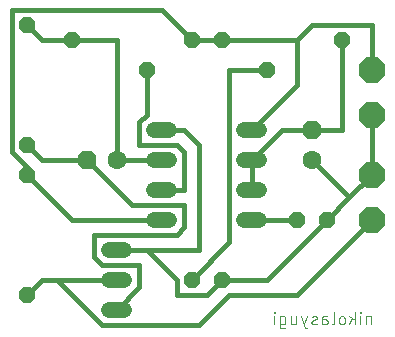
<source format=gbr>
G04 EAGLE Gerber X2 export*
%TF.Part,Single*%
%TF.FileFunction,Copper,L2,Bot,Mixed*%
%TF.FilePolarity,Positive*%
%TF.GenerationSoftware,Autodesk,EAGLE,9.0.0*%
%TF.CreationDate,2018-07-10T22:09:29Z*%
G75*
%MOMM*%
%FSLAX34Y34*%
%LPD*%
%AMOC8*
5,1,8,0,0,1.08239X$1,22.5*%
G01*
%ADD10C,0.101600*%
%ADD11P,1.732040X8X112.500000*%
%ADD12C,1.600200*%
%ADD13P,1.732040X8X202.500000*%
%ADD14P,1.429621X8X22.500000*%
%ADD15C,1.320800*%
%ADD16P,2.336880X8X22.500000*%
%ADD17P,1.429621X8X202.500000*%
%ADD18P,1.429621X8X112.500000*%
%ADD19P,1.429621X8X292.500000*%
%ADD20C,0.381000*%


D10*
X329692Y13208D02*
X329692Y20151D01*
X326799Y20151D01*
X326716Y20149D01*
X326634Y20143D01*
X326552Y20133D01*
X326470Y20120D01*
X326390Y20102D01*
X326310Y20081D01*
X326231Y20056D01*
X326154Y20027D01*
X326078Y19994D01*
X326004Y19958D01*
X325931Y19918D01*
X325860Y19875D01*
X325792Y19829D01*
X325726Y19780D01*
X325662Y19727D01*
X325601Y19671D01*
X325543Y19613D01*
X325487Y19552D01*
X325434Y19488D01*
X325385Y19422D01*
X325339Y19354D01*
X325296Y19283D01*
X325256Y19211D01*
X325220Y19136D01*
X325187Y19060D01*
X325158Y18983D01*
X325133Y18904D01*
X325112Y18824D01*
X325094Y18744D01*
X325081Y18662D01*
X325071Y18580D01*
X325065Y18498D01*
X325063Y18415D01*
X325064Y18415D02*
X325064Y13208D01*
X320520Y13208D02*
X320520Y20151D01*
X320809Y23043D02*
X320809Y23622D01*
X320231Y23622D01*
X320231Y23043D01*
X320809Y23043D01*
X315847Y23622D02*
X315847Y13208D01*
X315847Y16679D02*
X311219Y20151D01*
X313822Y18126D02*
X311219Y13208D01*
X307404Y15522D02*
X307404Y17836D01*
X307403Y17836D02*
X307401Y17930D01*
X307395Y18025D01*
X307386Y18119D01*
X307372Y18212D01*
X307355Y18305D01*
X307334Y18397D01*
X307309Y18488D01*
X307281Y18578D01*
X307249Y18667D01*
X307213Y18754D01*
X307174Y18840D01*
X307131Y18924D01*
X307085Y19007D01*
X307036Y19087D01*
X306983Y19165D01*
X306927Y19242D01*
X306868Y19315D01*
X306807Y19387D01*
X306742Y19455D01*
X306674Y19522D01*
X306604Y19585D01*
X306532Y19645D01*
X306457Y19703D01*
X306379Y19757D01*
X306300Y19808D01*
X306219Y19856D01*
X306135Y19900D01*
X306050Y19941D01*
X305964Y19978D01*
X305876Y20012D01*
X305786Y20043D01*
X305696Y20069D01*
X305604Y20092D01*
X305511Y20111D01*
X305418Y20126D01*
X305325Y20138D01*
X305231Y20146D01*
X305136Y20150D01*
X305042Y20150D01*
X304947Y20146D01*
X304853Y20138D01*
X304760Y20126D01*
X304667Y20111D01*
X304574Y20092D01*
X304482Y20069D01*
X304392Y20043D01*
X304302Y20012D01*
X304214Y19978D01*
X304128Y19941D01*
X304043Y19900D01*
X303959Y19856D01*
X303878Y19808D01*
X303799Y19757D01*
X303721Y19703D01*
X303646Y19645D01*
X303574Y19585D01*
X303504Y19522D01*
X303436Y19455D01*
X303371Y19387D01*
X303310Y19315D01*
X303251Y19242D01*
X303195Y19165D01*
X303142Y19087D01*
X303093Y19007D01*
X303047Y18924D01*
X303004Y18840D01*
X302965Y18754D01*
X302929Y18667D01*
X302897Y18578D01*
X302869Y18488D01*
X302844Y18397D01*
X302823Y18305D01*
X302806Y18212D01*
X302792Y18119D01*
X302783Y18025D01*
X302777Y17930D01*
X302775Y17836D01*
X302775Y15522D01*
X302777Y15428D01*
X302783Y15333D01*
X302792Y15239D01*
X302806Y15146D01*
X302823Y15053D01*
X302844Y14961D01*
X302869Y14870D01*
X302897Y14780D01*
X302929Y14691D01*
X302965Y14604D01*
X303004Y14518D01*
X303047Y14434D01*
X303093Y14351D01*
X303142Y14271D01*
X303195Y14193D01*
X303251Y14116D01*
X303310Y14043D01*
X303371Y13971D01*
X303436Y13903D01*
X303504Y13836D01*
X303574Y13773D01*
X303646Y13713D01*
X303721Y13655D01*
X303799Y13601D01*
X303878Y13550D01*
X303959Y13502D01*
X304043Y13458D01*
X304128Y13417D01*
X304214Y13380D01*
X304302Y13346D01*
X304392Y13315D01*
X304482Y13289D01*
X304574Y13266D01*
X304667Y13247D01*
X304760Y13232D01*
X304853Y13220D01*
X304947Y13212D01*
X305042Y13208D01*
X305136Y13208D01*
X305231Y13212D01*
X305325Y13220D01*
X305418Y13232D01*
X305511Y13247D01*
X305604Y13266D01*
X305696Y13289D01*
X305786Y13315D01*
X305876Y13346D01*
X305964Y13380D01*
X306050Y13417D01*
X306135Y13458D01*
X306219Y13502D01*
X306300Y13550D01*
X306379Y13601D01*
X306457Y13655D01*
X306532Y13713D01*
X306604Y13773D01*
X306674Y13836D01*
X306742Y13903D01*
X306807Y13971D01*
X306868Y14043D01*
X306927Y14116D01*
X306983Y14193D01*
X307036Y14271D01*
X307085Y14351D01*
X307131Y14434D01*
X307174Y14518D01*
X307213Y14604D01*
X307249Y14691D01*
X307281Y14780D01*
X307309Y14870D01*
X307334Y14961D01*
X307355Y15053D01*
X307372Y15146D01*
X307386Y15239D01*
X307395Y15333D01*
X307401Y15428D01*
X307403Y15522D01*
X298365Y14944D02*
X298365Y23622D01*
X298366Y14944D02*
X298364Y14861D01*
X298358Y14779D01*
X298348Y14697D01*
X298335Y14615D01*
X298317Y14535D01*
X298296Y14455D01*
X298271Y14376D01*
X298242Y14299D01*
X298209Y14223D01*
X298173Y14149D01*
X298133Y14076D01*
X298090Y14005D01*
X298044Y13937D01*
X297995Y13871D01*
X297942Y13807D01*
X297886Y13746D01*
X297828Y13688D01*
X297767Y13632D01*
X297703Y13579D01*
X297637Y13530D01*
X297569Y13484D01*
X297498Y13441D01*
X297426Y13401D01*
X297351Y13365D01*
X297275Y13332D01*
X297198Y13303D01*
X297119Y13278D01*
X297039Y13257D01*
X296959Y13239D01*
X296877Y13226D01*
X296795Y13216D01*
X296713Y13210D01*
X296630Y13208D01*
X291033Y17258D02*
X288429Y17258D01*
X291033Y17258D02*
X291121Y17256D01*
X291209Y17250D01*
X291297Y17241D01*
X291385Y17227D01*
X291471Y17210D01*
X291557Y17189D01*
X291642Y17164D01*
X291726Y17136D01*
X291808Y17104D01*
X291889Y17068D01*
X291968Y17029D01*
X292046Y16987D01*
X292121Y16941D01*
X292194Y16892D01*
X292266Y16840D01*
X292335Y16784D01*
X292401Y16726D01*
X292465Y16665D01*
X292526Y16601D01*
X292584Y16535D01*
X292640Y16466D01*
X292692Y16394D01*
X292741Y16321D01*
X292787Y16245D01*
X292829Y16168D01*
X292868Y16089D01*
X292904Y16008D01*
X292936Y15926D01*
X292964Y15842D01*
X292989Y15757D01*
X293010Y15671D01*
X293027Y15585D01*
X293041Y15497D01*
X293050Y15409D01*
X293056Y15321D01*
X293058Y15233D01*
X293056Y15145D01*
X293050Y15057D01*
X293041Y14969D01*
X293027Y14881D01*
X293010Y14795D01*
X292989Y14709D01*
X292964Y14624D01*
X292936Y14540D01*
X292904Y14458D01*
X292868Y14377D01*
X292829Y14298D01*
X292787Y14220D01*
X292741Y14145D01*
X292692Y14072D01*
X292640Y14000D01*
X292584Y13931D01*
X292526Y13865D01*
X292465Y13801D01*
X292401Y13740D01*
X292335Y13682D01*
X292266Y13626D01*
X292194Y13574D01*
X292121Y13525D01*
X292046Y13479D01*
X291968Y13437D01*
X291889Y13398D01*
X291808Y13362D01*
X291726Y13330D01*
X291642Y13302D01*
X291557Y13277D01*
X291471Y13256D01*
X291385Y13239D01*
X291297Y13225D01*
X291209Y13216D01*
X291121Y13210D01*
X291033Y13208D01*
X288429Y13208D01*
X288429Y18415D01*
X288431Y18498D01*
X288437Y18580D01*
X288447Y18662D01*
X288460Y18744D01*
X288478Y18824D01*
X288499Y18904D01*
X288524Y18983D01*
X288553Y19060D01*
X288586Y19136D01*
X288622Y19210D01*
X288662Y19283D01*
X288705Y19354D01*
X288751Y19422D01*
X288800Y19488D01*
X288853Y19552D01*
X288909Y19613D01*
X288967Y19671D01*
X289028Y19727D01*
X289092Y19780D01*
X289158Y19829D01*
X289226Y19875D01*
X289297Y19918D01*
X289370Y19958D01*
X289444Y19994D01*
X289520Y20027D01*
X289597Y20056D01*
X289676Y20081D01*
X289756Y20102D01*
X289836Y20120D01*
X289918Y20133D01*
X290000Y20143D01*
X290082Y20149D01*
X290165Y20151D01*
X292479Y20151D01*
X282876Y17258D02*
X279983Y16101D01*
X282876Y17258D02*
X282947Y17289D01*
X283016Y17323D01*
X283083Y17360D01*
X283149Y17401D01*
X283212Y17446D01*
X283273Y17493D01*
X283331Y17544D01*
X283386Y17597D01*
X283439Y17653D01*
X283489Y17712D01*
X283536Y17773D01*
X283579Y17837D01*
X283619Y17903D01*
X283656Y17971D01*
X283689Y18040D01*
X283719Y18111D01*
X283744Y18184D01*
X283767Y18258D01*
X283785Y18333D01*
X283799Y18409D01*
X283810Y18485D01*
X283816Y18562D01*
X283819Y18639D01*
X283818Y18716D01*
X283812Y18793D01*
X283803Y18869D01*
X283790Y18945D01*
X283773Y19020D01*
X283752Y19095D01*
X283727Y19168D01*
X283699Y19239D01*
X283667Y19309D01*
X283631Y19378D01*
X283592Y19444D01*
X283550Y19509D01*
X283504Y19571D01*
X283455Y19630D01*
X283403Y19687D01*
X283349Y19742D01*
X283291Y19793D01*
X283231Y19842D01*
X283169Y19887D01*
X283104Y19929D01*
X283038Y19968D01*
X282969Y20003D01*
X282899Y20034D01*
X282827Y20062D01*
X282754Y20087D01*
X282679Y20107D01*
X282604Y20124D01*
X282528Y20136D01*
X282452Y20145D01*
X282375Y20150D01*
X282298Y20151D01*
X282297Y20150D02*
X282139Y20146D01*
X281981Y20138D01*
X281824Y20126D01*
X281667Y20111D01*
X281510Y20092D01*
X281354Y20069D01*
X281198Y20042D01*
X281043Y20011D01*
X280889Y19977D01*
X280735Y19939D01*
X280583Y19897D01*
X280432Y19852D01*
X280281Y19803D01*
X280132Y19751D01*
X279985Y19695D01*
X279839Y19635D01*
X279694Y19572D01*
X279983Y16101D02*
X279912Y16070D01*
X279843Y16036D01*
X279776Y15999D01*
X279710Y15958D01*
X279647Y15913D01*
X279586Y15866D01*
X279528Y15815D01*
X279473Y15762D01*
X279420Y15706D01*
X279370Y15647D01*
X279323Y15586D01*
X279280Y15522D01*
X279240Y15456D01*
X279203Y15388D01*
X279170Y15319D01*
X279140Y15248D01*
X279115Y15175D01*
X279092Y15101D01*
X279074Y15026D01*
X279060Y14950D01*
X279049Y14874D01*
X279043Y14797D01*
X279040Y14720D01*
X279041Y14643D01*
X279047Y14566D01*
X279056Y14490D01*
X279069Y14414D01*
X279086Y14339D01*
X279107Y14264D01*
X279132Y14191D01*
X279160Y14120D01*
X279192Y14050D01*
X279228Y13981D01*
X279267Y13915D01*
X279309Y13850D01*
X279355Y13788D01*
X279404Y13729D01*
X279456Y13672D01*
X279510Y13617D01*
X279568Y13566D01*
X279628Y13517D01*
X279690Y13472D01*
X279755Y13430D01*
X279821Y13391D01*
X279890Y13356D01*
X279960Y13325D01*
X280032Y13297D01*
X280105Y13272D01*
X280180Y13252D01*
X280255Y13235D01*
X280331Y13223D01*
X280407Y13214D01*
X280484Y13209D01*
X280561Y13208D01*
X280793Y13214D01*
X281025Y13226D01*
X281256Y13243D01*
X281487Y13265D01*
X281718Y13293D01*
X281948Y13326D01*
X282176Y13365D01*
X282404Y13409D01*
X282631Y13459D01*
X282856Y13514D01*
X283080Y13574D01*
X283303Y13640D01*
X283524Y13711D01*
X283743Y13787D01*
X275171Y9737D02*
X274014Y9737D01*
X270543Y20151D01*
X275171Y20151D02*
X272857Y13208D01*
X266256Y14944D02*
X266256Y20151D01*
X266256Y14944D02*
X266254Y14861D01*
X266248Y14779D01*
X266238Y14697D01*
X266225Y14615D01*
X266207Y14535D01*
X266186Y14455D01*
X266161Y14376D01*
X266132Y14299D01*
X266099Y14223D01*
X266063Y14149D01*
X266023Y14076D01*
X265980Y14005D01*
X265934Y13937D01*
X265885Y13871D01*
X265832Y13807D01*
X265776Y13746D01*
X265718Y13688D01*
X265657Y13632D01*
X265593Y13579D01*
X265527Y13530D01*
X265459Y13484D01*
X265388Y13441D01*
X265316Y13401D01*
X265241Y13365D01*
X265165Y13332D01*
X265088Y13303D01*
X265009Y13278D01*
X264929Y13257D01*
X264849Y13239D01*
X264767Y13226D01*
X264685Y13216D01*
X264603Y13210D01*
X264520Y13208D01*
X261627Y13208D01*
X261627Y20151D01*
X255318Y13208D02*
X252425Y13208D01*
X255318Y13208D02*
X255401Y13210D01*
X255483Y13216D01*
X255565Y13226D01*
X255647Y13239D01*
X255727Y13257D01*
X255807Y13278D01*
X255886Y13303D01*
X255963Y13332D01*
X256039Y13365D01*
X256113Y13401D01*
X256186Y13441D01*
X256257Y13484D01*
X256325Y13530D01*
X256391Y13579D01*
X256455Y13632D01*
X256516Y13688D01*
X256574Y13746D01*
X256630Y13807D01*
X256683Y13871D01*
X256732Y13937D01*
X256778Y14005D01*
X256821Y14076D01*
X256861Y14149D01*
X256897Y14223D01*
X256930Y14299D01*
X256959Y14376D01*
X256984Y14455D01*
X257005Y14535D01*
X257023Y14615D01*
X257036Y14697D01*
X257046Y14779D01*
X257052Y14861D01*
X257054Y14944D01*
X257054Y18415D01*
X257052Y18498D01*
X257046Y18580D01*
X257036Y18662D01*
X257023Y18744D01*
X257005Y18824D01*
X256984Y18904D01*
X256959Y18983D01*
X256930Y19060D01*
X256897Y19136D01*
X256861Y19210D01*
X256821Y19283D01*
X256778Y19354D01*
X256732Y19422D01*
X256683Y19488D01*
X256630Y19552D01*
X256574Y19613D01*
X256516Y19671D01*
X256455Y19727D01*
X256391Y19780D01*
X256325Y19829D01*
X256257Y19875D01*
X256186Y19918D01*
X256113Y19958D01*
X256039Y19994D01*
X255963Y20027D01*
X255886Y20056D01*
X255807Y20081D01*
X255727Y20102D01*
X255647Y20120D01*
X255565Y20133D01*
X255483Y20143D01*
X255401Y20149D01*
X255318Y20151D01*
X252425Y20151D01*
X252425Y11472D01*
X252427Y11389D01*
X252433Y11307D01*
X252443Y11225D01*
X252456Y11143D01*
X252474Y11063D01*
X252495Y10983D01*
X252520Y10904D01*
X252549Y10827D01*
X252582Y10751D01*
X252618Y10677D01*
X252658Y10604D01*
X252701Y10533D01*
X252747Y10465D01*
X252796Y10399D01*
X252849Y10335D01*
X252905Y10274D01*
X252963Y10216D01*
X253024Y10160D01*
X253088Y10107D01*
X253154Y10058D01*
X253222Y10012D01*
X253293Y9969D01*
X253366Y9929D01*
X253440Y9893D01*
X253516Y9860D01*
X253593Y9831D01*
X253672Y9806D01*
X253752Y9785D01*
X253832Y9767D01*
X253914Y9754D01*
X253996Y9744D01*
X254078Y9738D01*
X254161Y9736D01*
X254161Y9737D02*
X256475Y9737D01*
X247825Y13208D02*
X247825Y20151D01*
X248115Y23043D02*
X248115Y23622D01*
X247536Y23622D01*
X247536Y23043D01*
X248115Y23043D01*
D11*
X279400Y177800D03*
D12*
X279400Y152400D03*
D13*
X88900Y152400D03*
D12*
X114300Y152400D03*
D14*
X266700Y101600D03*
X292100Y101600D03*
D15*
X159004Y177800D02*
X145796Y177800D01*
X145796Y152400D02*
X159004Y152400D01*
X221996Y152400D02*
X235204Y152400D01*
X235204Y177800D02*
X221996Y177800D01*
X159004Y127000D02*
X145796Y127000D01*
X145796Y101600D02*
X159004Y101600D01*
X221996Y127000D02*
X235204Y127000D01*
X235204Y101600D02*
X221996Y101600D01*
D14*
X177800Y50800D03*
X203200Y50800D03*
D15*
X120904Y25400D02*
X107696Y25400D01*
X107696Y76200D02*
X120904Y76200D01*
X120904Y50800D02*
X107696Y50800D01*
D16*
X330200Y101600D03*
X330200Y139700D03*
D17*
X241300Y228600D03*
X139700Y228600D03*
D18*
X38100Y38100D03*
X38100Y139700D03*
D17*
X304800Y254000D03*
X203200Y254000D03*
D19*
X38100Y266700D03*
X38100Y165100D03*
D14*
X76200Y254000D03*
X177800Y254000D03*
D16*
X330200Y228600D03*
X330200Y190500D03*
D20*
X209550Y82550D02*
X177800Y50800D01*
X209550Y82550D02*
X209550Y228600D01*
X241300Y228600D01*
X139700Y228600D02*
X139700Y190500D01*
X133350Y184150D01*
X133350Y165100D01*
X165100Y165100D01*
X171450Y158750D01*
X171450Y127000D01*
X152400Y127000D01*
X228600Y101600D02*
X266700Y101600D01*
X50800Y50800D02*
X38100Y38100D01*
X63500Y50800D02*
X114300Y50800D01*
X63500Y50800D02*
X50800Y50800D01*
X266700Y38100D02*
X330200Y101600D01*
X266700Y38100D02*
X209550Y38100D01*
X184150Y12700D01*
X101600Y12700D01*
X63500Y50800D01*
X114300Y25400D02*
X133350Y44450D01*
X133350Y63500D01*
X101600Y63500D01*
X95250Y69850D01*
X95250Y88900D01*
X165100Y88900D01*
X171450Y95250D01*
X171450Y114300D01*
X127000Y114300D01*
X88900Y152400D01*
X50800Y152400D02*
X38100Y165100D01*
X50800Y152400D02*
X88900Y152400D01*
X114300Y152400D02*
X152400Y152400D01*
X50800Y254000D02*
X38100Y266700D01*
X50800Y254000D02*
X76200Y254000D01*
X114300Y254000D02*
X114300Y152400D01*
X114300Y254000D02*
X76200Y254000D01*
X228600Y152400D02*
X228600Y127000D01*
X304800Y177800D02*
X304800Y254000D01*
X304800Y177800D02*
X279400Y177800D01*
X254000Y177800D02*
X228600Y152400D01*
X254000Y177800D02*
X279400Y177800D01*
X330200Y139700D02*
X311150Y120650D01*
X292100Y101600D01*
X311150Y120650D02*
X279400Y152400D01*
X330200Y139700D02*
X330200Y190500D01*
X139700Y76200D02*
X114300Y76200D01*
X139700Y76200D02*
X165100Y50800D01*
X165100Y38100D01*
X190500Y38100D01*
X203200Y50800D01*
X171450Y177800D02*
X152400Y177800D01*
X171450Y177800D02*
X184150Y165100D01*
X184150Y76200D01*
X139700Y76200D01*
X241300Y50800D02*
X292100Y101600D01*
X241300Y50800D02*
X203200Y50800D01*
X76200Y101600D02*
X38100Y139700D01*
X76200Y101600D02*
X152400Y101600D01*
X177800Y254000D02*
X203200Y254000D01*
X266700Y215900D02*
X228600Y177800D01*
X266700Y215900D02*
X266700Y254000D01*
X203200Y254000D01*
X330200Y266700D02*
X330200Y228600D01*
X330200Y266700D02*
X279400Y266700D01*
X266700Y254000D01*
X38100Y146050D02*
X38100Y139700D01*
X38100Y146050D02*
X25400Y158750D01*
X25400Y279400D01*
X152400Y279400D01*
X177800Y254000D01*
M02*

</source>
